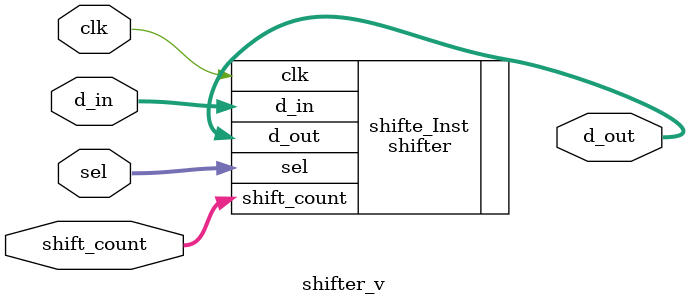
<source format=v>
`timescale 1ns / 1ps


module shifter_v(
    input wire clk,
    input wire signed [7:0] d_in,
    input wire [2:0] sel,
    input wire [2:0] shift_count,
    output wire signed [7:0] d_out
    );

    shifter shifte_Inst(
        .clk(clk),
        .d_in(d_in),
        .sel(sel),
        .shift_count(shift_count),
        .d_out(d_out)
    );
endmodule

</source>
